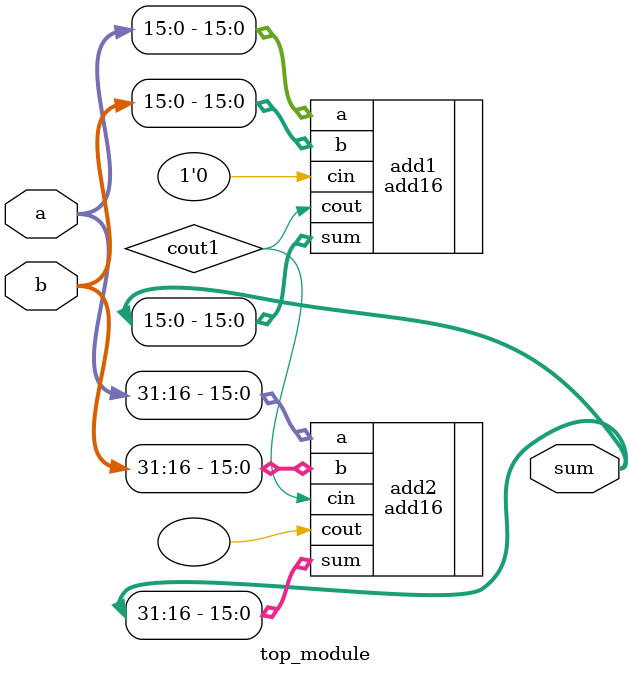
<source format=v>
module top_module(
    input [31:0] a,
    input [31:0] b,
    output [31:0] sum
);  
    wire cout1;
    add16 add1 (.a(a[15:0]), 
                .b(b[15:0]), 
                .sum(sum[15:0]),
                .cin(1'b0),
                .cout(cout1));
    add16 add2 (.a(a[31:16]),
                .b(b[31:16]),
                .sum(sum[31:16]),
                .cin(cout1),
                .cout());

endmodule
</source>
